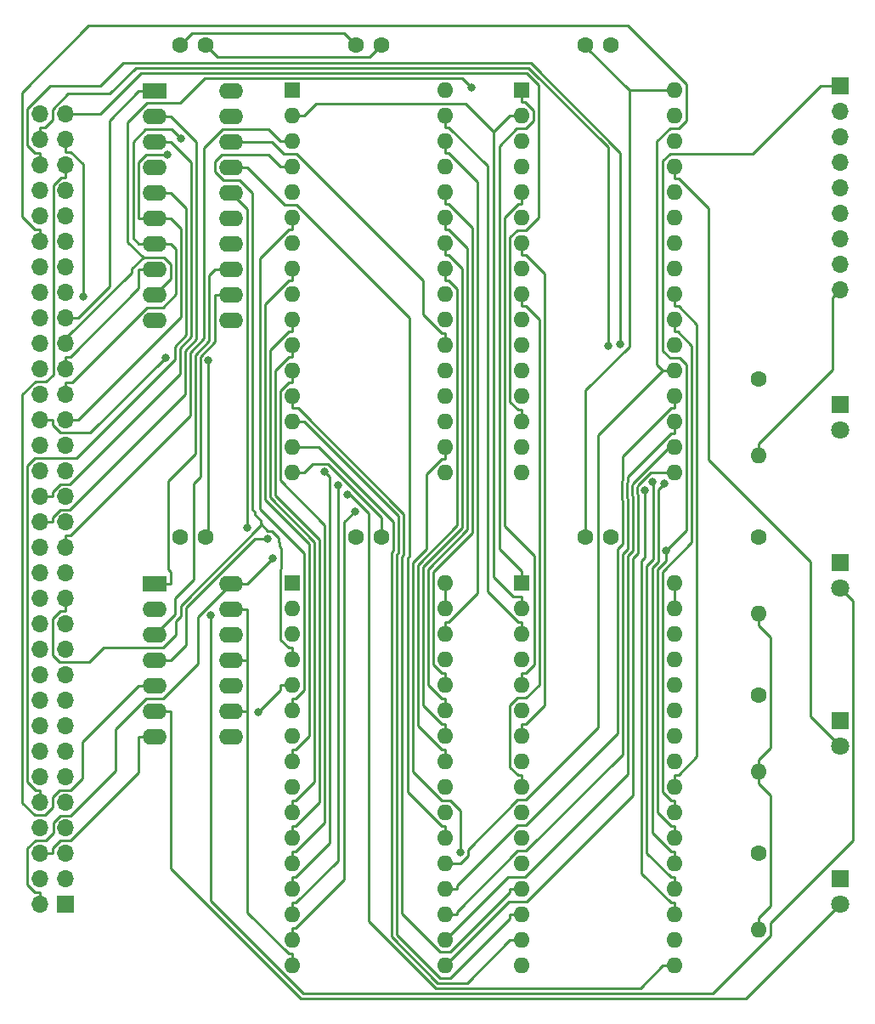
<source format=gbl>
G04 #@! TF.GenerationSoftware,KiCad,Pcbnew,(6.0.2)*
G04 #@! TF.CreationDate,2022-11-06T15:02:32-08:00*
G04 #@! TF.ProjectId,RAM and ROM,52414d20-616e-4642-9052-4f4d2e6b6963,1.0*
G04 #@! TF.SameCoordinates,Original*
G04 #@! TF.FileFunction,Copper,L2,Bot*
G04 #@! TF.FilePolarity,Positive*
%FSLAX46Y46*%
G04 Gerber Fmt 4.6, Leading zero omitted, Abs format (unit mm)*
G04 Created by KiCad (PCBNEW (6.0.2)) date 2022-11-06 15:02:32*
%MOMM*%
%LPD*%
G01*
G04 APERTURE LIST*
G04 #@! TA.AperFunction,ComponentPad*
%ADD10R,1.700000X1.700000*%
G04 #@! TD*
G04 #@! TA.AperFunction,ComponentPad*
%ADD11O,1.700000X1.700000*%
G04 #@! TD*
G04 #@! TA.AperFunction,ComponentPad*
%ADD12C,1.600000*%
G04 #@! TD*
G04 #@! TA.AperFunction,ComponentPad*
%ADD13O,1.600000X1.600000*%
G04 #@! TD*
G04 #@! TA.AperFunction,ComponentPad*
%ADD14R,1.600000X1.600000*%
G04 #@! TD*
G04 #@! TA.AperFunction,ComponentPad*
%ADD15R,1.800000X1.800000*%
G04 #@! TD*
G04 #@! TA.AperFunction,ComponentPad*
%ADD16C,1.800000*%
G04 #@! TD*
G04 #@! TA.AperFunction,ComponentPad*
%ADD17R,2.400000X1.600000*%
G04 #@! TD*
G04 #@! TA.AperFunction,ComponentPad*
%ADD18O,2.400000X1.600000*%
G04 #@! TD*
G04 #@! TA.AperFunction,ViaPad*
%ADD19C,0.800000*%
G04 #@! TD*
G04 #@! TA.AperFunction,Conductor*
%ADD20C,0.254000*%
G04 #@! TD*
G04 APERTURE END LIST*
D10*
X180340000Y-54356000D03*
D11*
X180340000Y-56896000D03*
X180340000Y-59436000D03*
X180340000Y-61976000D03*
X180340000Y-64516000D03*
X180340000Y-67056000D03*
X180340000Y-69596000D03*
X180340000Y-72136000D03*
X180340000Y-74676000D03*
D12*
X172212000Y-83566000D03*
D13*
X172212000Y-91186000D03*
D12*
X172212000Y-99312300D03*
D13*
X172212000Y-106932300D03*
D12*
X114559000Y-50292000D03*
X117059000Y-50292000D03*
X114559000Y-99314000D03*
X117059000Y-99314000D03*
D14*
X125705000Y-103886000D03*
D13*
X125705000Y-106426000D03*
X125705000Y-108966000D03*
X125705000Y-111506000D03*
X125705000Y-114046000D03*
X125705000Y-116586000D03*
X125705000Y-119126000D03*
X125705000Y-121666000D03*
X125705000Y-124206000D03*
X125705000Y-126746000D03*
X125705000Y-129286000D03*
X125705000Y-131826000D03*
X125705000Y-134366000D03*
X125705000Y-136906000D03*
X125705000Y-139446000D03*
X125705000Y-141986000D03*
X140945000Y-141986000D03*
X140945000Y-139446000D03*
X140945000Y-136906000D03*
X140945000Y-134366000D03*
X140945000Y-131826000D03*
X140945000Y-129286000D03*
X140945000Y-126746000D03*
X140945000Y-124206000D03*
X140945000Y-121666000D03*
X140945000Y-119126000D03*
X140945000Y-116586000D03*
X140945000Y-114046000D03*
X140945000Y-111506000D03*
X140945000Y-108966000D03*
X140945000Y-106426000D03*
X140945000Y-103886000D03*
D12*
X132080000Y-99314000D03*
X134580000Y-99314000D03*
X154965000Y-50292000D03*
X157465000Y-50292000D03*
D15*
X180340000Y-133340000D03*
D16*
X180340000Y-135880000D03*
D15*
X180340000Y-86101000D03*
D16*
X180340000Y-88641000D03*
D12*
X154965000Y-99314000D03*
X157465000Y-99314000D03*
X132080000Y-50292000D03*
X134580000Y-50292000D03*
D15*
X180340000Y-117593700D03*
D16*
X180340000Y-120133700D03*
D12*
X172212000Y-115058700D03*
D13*
X172212000Y-122678700D03*
D14*
X125705000Y-54774000D03*
D13*
X125705000Y-57314000D03*
X125705000Y-59854000D03*
X125705000Y-62394000D03*
X125705000Y-64934000D03*
X125705000Y-67474000D03*
X125705000Y-70014000D03*
X125705000Y-72554000D03*
X125705000Y-75094000D03*
X125705000Y-77634000D03*
X125705000Y-80174000D03*
X125705000Y-82714000D03*
X125705000Y-85254000D03*
X125705000Y-87794000D03*
X125705000Y-90334000D03*
X125705000Y-92874000D03*
X140945000Y-92874000D03*
X140945000Y-90334000D03*
X140945000Y-87794000D03*
X140945000Y-85254000D03*
X140945000Y-82714000D03*
X140945000Y-80174000D03*
X140945000Y-77634000D03*
X140945000Y-75094000D03*
X140945000Y-72554000D03*
X140945000Y-70014000D03*
X140945000Y-67474000D03*
X140945000Y-64934000D03*
X140945000Y-62394000D03*
X140945000Y-59854000D03*
X140945000Y-57314000D03*
X140945000Y-54774000D03*
D17*
X112009000Y-103936000D03*
D18*
X112009000Y-106476000D03*
X112009000Y-109016000D03*
X112009000Y-111556000D03*
X112009000Y-114096000D03*
X112009000Y-116636000D03*
X112009000Y-119176000D03*
X119629000Y-119176000D03*
X119629000Y-116636000D03*
X119629000Y-114096000D03*
X119629000Y-111556000D03*
X119629000Y-109016000D03*
X119629000Y-106476000D03*
X119629000Y-103936000D03*
D17*
X112009000Y-54824000D03*
D18*
X112009000Y-57364000D03*
X112009000Y-59904000D03*
X112009000Y-62444000D03*
X112009000Y-64984000D03*
X112009000Y-67524000D03*
X112009000Y-70064000D03*
X112009000Y-72604000D03*
X112009000Y-75144000D03*
X112009000Y-77684000D03*
X119629000Y-77684000D03*
X119629000Y-75144000D03*
X119629000Y-72604000D03*
X119629000Y-70064000D03*
X119629000Y-67524000D03*
X119629000Y-64984000D03*
X119629000Y-62444000D03*
X119629000Y-59904000D03*
X119629000Y-57364000D03*
X119629000Y-54824000D03*
D15*
X180340000Y-101847300D03*
D16*
X180340000Y-104387300D03*
D12*
X172212000Y-130805000D03*
D13*
X172212000Y-138425000D03*
D10*
X103124000Y-135895000D03*
D11*
X100584000Y-135895000D03*
X103124000Y-133355000D03*
X100584000Y-133355000D03*
X103124000Y-130815000D03*
X100584000Y-130815000D03*
X103124000Y-128275000D03*
X100584000Y-128275000D03*
X103124000Y-125735000D03*
X100584000Y-125735000D03*
X103124000Y-123195000D03*
X100584000Y-123195000D03*
X103124000Y-120655000D03*
X100584000Y-120655000D03*
X103124000Y-118115000D03*
X100584000Y-118115000D03*
X103124000Y-115575000D03*
X100584000Y-115575000D03*
X103124000Y-113035000D03*
X100584000Y-113035000D03*
X103124000Y-110495000D03*
X100584000Y-110495000D03*
X103124000Y-107955000D03*
X100584000Y-107955000D03*
X103124000Y-105415000D03*
X100584000Y-105415000D03*
X103124000Y-102875000D03*
X100584000Y-102875000D03*
X103124000Y-100335000D03*
X100584000Y-100335000D03*
X103124000Y-97795000D03*
X100584000Y-97795000D03*
X103124000Y-95255000D03*
X100584000Y-95255000D03*
X103124000Y-92715000D03*
X100584000Y-92715000D03*
X103124000Y-90175000D03*
X100584000Y-90175000D03*
X103124000Y-87635000D03*
X100584000Y-87635000D03*
X103124000Y-85095000D03*
X100584000Y-85095000D03*
X103124000Y-82555000D03*
X100584000Y-82555000D03*
X103124000Y-80015000D03*
X100584000Y-80015000D03*
X103124000Y-77475000D03*
X100584000Y-77475000D03*
X103124000Y-74935000D03*
X100584000Y-74935000D03*
X103124000Y-72395000D03*
X100584000Y-72395000D03*
X103124000Y-69855000D03*
X100584000Y-69855000D03*
X103124000Y-67315000D03*
X100584000Y-67315000D03*
X103124000Y-64775000D03*
X100584000Y-64775000D03*
X103124000Y-62235000D03*
X100584000Y-62235000D03*
X103124000Y-59695000D03*
X100584000Y-59695000D03*
X103124000Y-57155000D03*
X100584000Y-57155000D03*
D14*
X148590000Y-103886000D03*
D13*
X148590000Y-106426000D03*
X148590000Y-108966000D03*
X148590000Y-111506000D03*
X148590000Y-114046000D03*
X148590000Y-116586000D03*
X148590000Y-119126000D03*
X148590000Y-121666000D03*
X148590000Y-124206000D03*
X148590000Y-126746000D03*
X148590000Y-129286000D03*
X148590000Y-131826000D03*
X148590000Y-134366000D03*
X148590000Y-136906000D03*
X148590000Y-139446000D03*
X148590000Y-141986000D03*
X163830000Y-141986000D03*
X163830000Y-139446000D03*
X163830000Y-136906000D03*
X163830000Y-134366000D03*
X163830000Y-131826000D03*
X163830000Y-129286000D03*
X163830000Y-126746000D03*
X163830000Y-124206000D03*
X163830000Y-121666000D03*
X163830000Y-119126000D03*
X163830000Y-116586000D03*
X163830000Y-114046000D03*
X163830000Y-111506000D03*
X163830000Y-108966000D03*
X163830000Y-106426000D03*
X163830000Y-103886000D03*
D14*
X148590000Y-54774000D03*
D13*
X148590000Y-57314000D03*
X148590000Y-59854000D03*
X148590000Y-62394000D03*
X148590000Y-64934000D03*
X148590000Y-67474000D03*
X148590000Y-70014000D03*
X148590000Y-72554000D03*
X148590000Y-75094000D03*
X148590000Y-77634000D03*
X148590000Y-80174000D03*
X148590000Y-82714000D03*
X148590000Y-85254000D03*
X148590000Y-87794000D03*
X148590000Y-90334000D03*
X148590000Y-92874000D03*
X163830000Y-92874000D03*
X163830000Y-90334000D03*
X163830000Y-87794000D03*
X163830000Y-85254000D03*
X163830000Y-82714000D03*
X163830000Y-80174000D03*
X163830000Y-77634000D03*
X163830000Y-75094000D03*
X163830000Y-72554000D03*
X163830000Y-70014000D03*
X163830000Y-67474000D03*
X163830000Y-64934000D03*
X163830000Y-62394000D03*
X163830000Y-59854000D03*
X163830000Y-57314000D03*
X163830000Y-54774000D03*
D19*
X123276400Y-99447800D03*
X162992500Y-100651700D03*
X121253600Y-98365800D03*
X117582900Y-107069100D03*
X123764300Y-101382000D03*
X162833000Y-93967900D03*
X113083200Y-81416500D03*
X161649100Y-93792000D03*
X160886000Y-94637000D03*
X142459200Y-130751600D03*
X131243800Y-95096300D03*
X158432900Y-80098800D03*
X157197900Y-80275000D03*
X131958600Y-96721600D03*
X130254800Y-94107300D03*
X128961000Y-92813500D03*
X104861200Y-75361000D03*
X143539500Y-54480500D03*
X114657100Y-59625700D03*
X113239000Y-61214900D03*
X122343200Y-116725800D03*
X117339800Y-81691100D03*
D20*
X179578000Y-75438000D02*
X180340000Y-74676000D01*
X179578000Y-82638700D02*
X179578000Y-75438000D01*
X172212000Y-90004700D02*
X179578000Y-82638700D01*
X165011300Y-98632900D02*
X162992500Y-100651700D01*
X163372800Y-81444000D02*
X164304000Y-81444000D01*
X162648700Y-61831300D02*
X162648700Y-80719900D01*
X163356000Y-61124000D02*
X162648700Y-61831300D01*
X172212000Y-91186000D02*
X172212000Y-90004700D01*
X171588700Y-61124000D02*
X163356000Y-61124000D01*
X178356700Y-54356000D02*
X171588700Y-61124000D01*
X180340000Y-54356000D02*
X178356700Y-54356000D01*
X165011300Y-82151300D02*
X165011300Y-98632900D01*
X162648700Y-80719900D02*
X163372800Y-81444000D01*
X164304000Y-81444000D02*
X165011300Y-82151300D01*
X119629000Y-72604000D02*
X118047700Y-72604000D01*
X112009000Y-103936000D02*
X113590300Y-103936000D01*
X113590300Y-102754700D02*
X113590300Y-103936000D01*
X113367800Y-102532200D02*
X113590300Y-102754700D01*
X113367800Y-93709400D02*
X113367800Y-102532200D01*
X116050200Y-91027000D02*
X113367800Y-93709400D01*
X116050200Y-81139100D02*
X116050200Y-91027000D01*
X117450800Y-79738500D02*
X116050200Y-81139100D01*
X117450800Y-73200900D02*
X117450800Y-79738500D01*
X118047700Y-72604000D02*
X117450800Y-73200900D01*
X114024300Y-107000700D02*
X112009000Y-109016000D01*
X114024300Y-105366100D02*
X114024300Y-107000700D01*
X115872700Y-103517700D02*
X114024300Y-105366100D01*
X115872700Y-93936200D02*
X115872700Y-103517700D01*
X116558500Y-93250400D02*
X115872700Y-93936200D01*
X116558500Y-81349600D02*
X116558500Y-93250400D01*
X118047700Y-79860400D02*
X116558500Y-81349600D01*
X118047700Y-75144000D02*
X118047700Y-79860400D01*
X119629000Y-75144000D02*
X118047700Y-75144000D01*
X112009000Y-116636000D02*
X113590300Y-116636000D01*
X170963900Y-145256100D02*
X180340000Y-135880000D01*
X126566500Y-145256100D02*
X170963900Y-145256100D01*
X113590300Y-132279900D02*
X126566500Y-145256100D01*
X113590300Y-116636000D02*
X113590300Y-132279900D01*
X112009000Y-111556000D02*
X113590300Y-111556000D01*
X122017100Y-99447800D02*
X123276400Y-99447800D01*
X115115300Y-106349600D02*
X122017100Y-99447800D01*
X115115300Y-110031000D02*
X115115300Y-106349600D01*
X113590300Y-111556000D02*
X115115300Y-110031000D01*
X140577900Y-78992700D02*
X140945000Y-78992700D01*
X138727600Y-77142400D02*
X140577900Y-78992700D01*
X138727600Y-73722700D02*
X138727600Y-77142400D01*
X126128900Y-61124000D02*
X138727600Y-73722700D01*
X124866500Y-61124000D02*
X126128900Y-61124000D01*
X123646500Y-59904000D02*
X124866500Y-61124000D01*
X119629000Y-59904000D02*
X123646500Y-59904000D01*
X140945000Y-80174000D02*
X140945000Y-78992700D01*
X163830000Y-129286000D02*
X163830000Y-128104700D01*
X121253600Y-66608600D02*
X121253600Y-98365800D01*
X119629000Y-64984000D02*
X121253600Y-66608600D01*
X162992500Y-101652200D02*
X162992500Y-100651700D01*
X162094200Y-102550500D02*
X162992500Y-101652200D01*
X162094200Y-126738100D02*
X162094200Y-102550500D01*
X163460800Y-128104700D02*
X162094200Y-126738100D01*
X163830000Y-128104700D02*
X163460800Y-128104700D01*
X181622800Y-105670100D02*
X180340000Y-104387300D01*
X181622800Y-129529300D02*
X181622800Y-105670100D01*
X173399900Y-137752200D02*
X181622800Y-129529300D01*
X173399900Y-138968200D02*
X173399900Y-137752200D01*
X167620300Y-144747800D02*
X173399900Y-138968200D01*
X126784000Y-144747800D02*
X167620300Y-144747800D01*
X117582900Y-135546700D02*
X126784000Y-144747800D01*
X117582900Y-107069100D02*
X117582900Y-135546700D01*
X140577900Y-128104700D02*
X140945000Y-128104700D01*
X137193100Y-124719900D02*
X140577900Y-128104700D01*
X137193100Y-101388100D02*
X137193100Y-124719900D01*
X137384000Y-101197200D02*
X137193100Y-101388100D01*
X137384000Y-77462500D02*
X137384000Y-101197200D01*
X126125500Y-66204000D02*
X137384000Y-77462500D01*
X124970300Y-66204000D02*
X126125500Y-66204000D01*
X121210300Y-62444000D02*
X124970300Y-66204000D01*
X119629000Y-62444000D02*
X121210300Y-62444000D01*
X140945000Y-129286000D02*
X140945000Y-128104700D01*
X163830000Y-75094000D02*
X163830000Y-76275300D01*
X163830000Y-124206000D02*
X163830000Y-123024700D01*
X164197100Y-123024700D02*
X163830000Y-123024700D01*
X166047100Y-121174700D02*
X164197100Y-123024700D01*
X166047100Y-78123200D02*
X166047100Y-121174700D01*
X164199200Y-76275300D02*
X166047100Y-78123200D01*
X163830000Y-76275300D02*
X164199200Y-76275300D01*
X100584000Y-125735000D02*
X100584000Y-124503700D01*
X112009000Y-64984000D02*
X113590300Y-64984000D01*
X100122300Y-124503700D02*
X100584000Y-124503700D01*
X99329600Y-123711000D02*
X100122300Y-124503700D01*
X99329600Y-92215700D02*
X99329600Y-123711000D01*
X100100300Y-91445000D02*
X99329600Y-92215700D01*
X104186600Y-91445000D02*
X100100300Y-91445000D01*
X114017000Y-81614600D02*
X104186600Y-91445000D01*
X114017000Y-80297100D02*
X114017000Y-81614600D01*
X115165700Y-79148400D02*
X114017000Y-80297100D01*
X115165700Y-66559400D02*
X115165700Y-79148400D01*
X113590300Y-64984000D02*
X115165700Y-66559400D01*
X140945000Y-103886000D02*
X140945000Y-106426000D01*
X100584000Y-135895000D02*
X100584000Y-134663700D01*
X163830000Y-54774000D02*
X162648700Y-54774000D01*
X163830000Y-103886000D02*
X163830000Y-106426000D01*
X119629000Y-103936000D02*
X121210300Y-103936000D01*
X119611200Y-103936000D02*
X119629000Y-103936000D01*
X116322100Y-107225100D02*
X119611200Y-103936000D01*
X116322100Y-111924600D02*
X116322100Y-107225100D01*
X112880700Y-115366000D02*
X116322100Y-111924600D01*
X111120000Y-115366000D02*
X112880700Y-115366000D01*
X108066400Y-118419600D02*
X111120000Y-115366000D01*
X108066400Y-122619800D02*
X108066400Y-118419600D01*
X103642600Y-127043600D02*
X108066400Y-122619800D01*
X102609500Y-127043600D02*
X103642600Y-127043600D01*
X101892700Y-127760400D02*
X102609500Y-127043600D01*
X101892700Y-128793500D02*
X101892700Y-127760400D01*
X101141200Y-129545000D02*
X101892700Y-128793500D01*
X100105700Y-129545000D02*
X101141200Y-129545000D01*
X99327300Y-130323400D02*
X100105700Y-129545000D01*
X99327300Y-133917200D02*
X99327300Y-130323400D01*
X100073800Y-134663700D02*
X99327300Y-133917200D01*
X100584000Y-134663700D02*
X100073800Y-134663700D01*
X121210300Y-103936000D02*
X123764300Y-101382000D01*
X162648700Y-54774000D02*
X159322600Y-54774000D01*
X154965000Y-50416400D02*
X154965000Y-50292000D01*
X159322600Y-54774000D02*
X154965000Y-50416400D01*
X159322600Y-80314000D02*
X159322600Y-54774000D01*
X154965000Y-84671600D02*
X159322600Y-80314000D01*
X154965000Y-99314000D02*
X154965000Y-84671600D01*
X115742200Y-49108800D02*
X114559000Y-50292000D01*
X130896800Y-49108800D02*
X115742200Y-49108800D01*
X132080000Y-50292000D02*
X130896800Y-49108800D01*
X112009000Y-114096000D02*
X110427700Y-114096000D01*
X103124000Y-62235000D02*
X103124000Y-63466300D01*
X104803100Y-119720600D02*
X110427700Y-114096000D01*
X104803100Y-123334200D02*
X104803100Y-119720600D01*
X103633700Y-124503600D02*
X104803100Y-123334200D01*
X102537700Y-124503600D02*
X103633700Y-124503600D01*
X101854000Y-125187300D02*
X102537700Y-124503600D01*
X101854000Y-126244000D02*
X101854000Y-125187300D01*
X101093000Y-127005000D02*
X101854000Y-126244000D01*
X100053900Y-127005000D02*
X101093000Y-127005000D01*
X98821300Y-125772400D02*
X100053900Y-127005000D01*
X98821300Y-85073900D02*
X98821300Y-125772400D01*
X100108800Y-83786400D02*
X98821300Y-85073900D01*
X101199600Y-83786400D02*
X100108800Y-83786400D01*
X101892600Y-83093400D02*
X101199600Y-83786400D01*
X101892600Y-64236000D02*
X101892600Y-83093400D01*
X102662300Y-63466300D02*
X101892600Y-64236000D01*
X103124000Y-63466300D02*
X102662300Y-63466300D01*
X163830000Y-62394000D02*
X163830000Y-63575300D01*
X164199200Y-63575300D02*
X163830000Y-63575300D01*
X167163900Y-66540000D02*
X164199200Y-63575300D01*
X167163900Y-91597700D02*
X167163900Y-66540000D01*
X177342500Y-101776300D02*
X167163900Y-91597700D01*
X177342500Y-117136200D02*
X177342500Y-101776300D01*
X180340000Y-120133700D02*
X177342500Y-117136200D01*
X100584000Y-97795000D02*
X101815300Y-97795000D01*
X112009000Y-57364000D02*
X113590300Y-57364000D01*
X101815300Y-97333200D02*
X101815300Y-97795000D01*
X102584800Y-96563700D02*
X101815300Y-97333200D01*
X103557700Y-96563700D02*
X102584800Y-96563700D01*
X115033600Y-85087800D02*
X103557700Y-96563700D01*
X115033600Y-80718100D02*
X115033600Y-85087800D01*
X116182300Y-79569400D02*
X115033600Y-80718100D01*
X116182300Y-59956000D02*
X116182300Y-79569400D01*
X113590300Y-57364000D02*
X116182300Y-59956000D01*
X100584000Y-95255000D02*
X101815300Y-95255000D01*
X112009000Y-59904000D02*
X113590300Y-59904000D01*
X101815300Y-94793200D02*
X101815300Y-95255000D01*
X102584800Y-94023700D02*
X101815300Y-94793200D01*
X103565500Y-94023700D02*
X102584800Y-94023700D01*
X114525300Y-83063900D02*
X103565500Y-94023700D01*
X114525300Y-80507600D02*
X114525300Y-83063900D01*
X115674000Y-79358900D02*
X114525300Y-80507600D01*
X115674000Y-61987700D02*
X115674000Y-79358900D01*
X113590300Y-59904000D02*
X115674000Y-61987700D01*
X163830000Y-131826000D02*
X163830000Y-130644700D01*
X162211100Y-94589800D02*
X162833000Y-93967900D01*
X162211100Y-101714800D02*
X162211100Y-94589800D01*
X161585800Y-102340100D02*
X162211100Y-101714800D01*
X161585800Y-128769700D02*
X161585800Y-102340100D01*
X163460800Y-130644700D02*
X161585800Y-128769700D01*
X163830000Y-130644700D02*
X163460800Y-130644700D01*
X100584000Y-87635000D02*
X101815300Y-87635000D01*
X105594700Y-88905000D02*
X113083200Y-81416500D01*
X102575100Y-88905000D02*
X105594700Y-88905000D01*
X101815300Y-88145200D02*
X102575100Y-88905000D01*
X101815300Y-87635000D02*
X101815300Y-88145200D01*
X163830000Y-134366000D02*
X163830000Y-133184700D01*
X161702800Y-93845700D02*
X161649100Y-93792000D01*
X161702800Y-101504300D02*
X161702800Y-93845700D01*
X161048600Y-102158500D02*
X161702800Y-101504300D01*
X161048600Y-130772500D02*
X161048600Y-102158500D01*
X163460800Y-133184700D02*
X161048600Y-130772500D01*
X163830000Y-133184700D02*
X163460800Y-133184700D01*
X160886000Y-101348300D02*
X160886000Y-94637000D01*
X160540200Y-101694100D02*
X160886000Y-101348300D01*
X160540200Y-132804100D02*
X160540200Y-101694100D01*
X163460800Y-135724700D02*
X160540200Y-132804100D01*
X163830000Y-135724700D02*
X163460800Y-135724700D01*
X163830000Y-136906000D02*
X163830000Y-135724700D01*
X140945000Y-90334000D02*
X140945000Y-91515300D01*
X142459200Y-126588100D02*
X142459200Y-130751600D01*
X141434600Y-125563500D02*
X142459200Y-126588100D01*
X140585100Y-125563500D02*
X141434600Y-125563500D01*
X137701500Y-122679900D02*
X140585100Y-125563500D01*
X137701500Y-101852600D02*
X137701500Y-122679900D01*
X139078100Y-100476000D02*
X137701500Y-101852600D01*
X139078100Y-93015100D02*
X139078100Y-100476000D01*
X140577900Y-91515300D02*
X139078100Y-93015100D01*
X140945000Y-91515300D02*
X140577900Y-91515300D01*
X163830000Y-141986000D02*
X162648700Y-141986000D01*
X160395200Y-144239500D02*
X162648700Y-141986000D01*
X140022700Y-144239500D02*
X160395200Y-144239500D01*
X133330100Y-137546900D02*
X140022700Y-144239500D01*
X133330100Y-96965300D02*
X133330100Y-137546900D01*
X131461100Y-95096300D02*
X133330100Y-96965300D01*
X131243800Y-95096300D02*
X131461100Y-95096300D01*
X148590000Y-139446000D02*
X147408700Y-139446000D01*
X143123500Y-143731200D02*
X147408700Y-139446000D01*
X140233200Y-143731200D02*
X143123500Y-143731200D01*
X135609800Y-139107800D02*
X140233200Y-143731200D01*
X135609800Y-100814800D02*
X135609800Y-139107800D01*
X135765300Y-100659300D02*
X135609800Y-100814800D01*
X135765300Y-97759100D02*
X135765300Y-100659300D01*
X128340200Y-90334000D02*
X135765300Y-97759100D01*
X125705000Y-90334000D02*
X128340200Y-90334000D01*
X125705000Y-87794000D02*
X126886300Y-87794000D01*
X147408700Y-137273100D02*
X147408700Y-136906000D01*
X141458900Y-143222900D02*
X147408700Y-137273100D01*
X140443700Y-143222900D02*
X141458900Y-143222900D01*
X136118700Y-138897900D02*
X140443700Y-143222900D01*
X136118700Y-101024700D02*
X136118700Y-138897900D01*
X136274500Y-100868900D02*
X136118700Y-101024700D01*
X136274500Y-97182200D02*
X136274500Y-100868900D01*
X126886300Y-87794000D02*
X136274500Y-97182200D01*
X148590000Y-136906000D02*
X147408700Y-136906000D01*
X148590000Y-134366000D02*
X147408700Y-134366000D01*
X125705000Y-85254000D02*
X125705000Y-86435300D01*
X147408700Y-134661300D02*
X147408700Y-134366000D01*
X141439600Y-140630400D02*
X147408700Y-134661300D01*
X140451800Y-140630400D02*
X141439600Y-140630400D01*
X136650000Y-136828600D02*
X140451800Y-140630400D01*
X136650000Y-101212200D02*
X136650000Y-136828600D01*
X136819700Y-101042500D02*
X136650000Y-101212200D01*
X136819700Y-96974000D02*
X136819700Y-101042500D01*
X126281000Y-86435300D02*
X136819700Y-96974000D01*
X125705000Y-86435300D02*
X126281000Y-86435300D01*
X100584000Y-69855000D02*
X100584000Y-68623700D01*
X163830000Y-82714000D02*
X162648700Y-82714000D01*
X140945000Y-131826000D02*
X142126300Y-131826000D01*
X142489700Y-131826000D02*
X142126300Y-131826000D01*
X143240500Y-131075200D02*
X142489700Y-131826000D01*
X143240500Y-130416500D02*
X143240500Y-131075200D01*
X148181000Y-125476000D02*
X143240500Y-130416500D01*
X148998900Y-125476000D02*
X148181000Y-125476000D01*
X156215000Y-118259900D02*
X148998900Y-125476000D01*
X156215000Y-89147700D02*
X156215000Y-118259900D01*
X162648700Y-82714000D02*
X156215000Y-89147700D01*
X162070000Y-82135300D02*
X162648700Y-82714000D01*
X162070000Y-59870100D02*
X162070000Y-82135300D01*
X163356100Y-58584000D02*
X162070000Y-59870100D01*
X164240100Y-58584000D02*
X163356100Y-58584000D01*
X165015700Y-57808400D02*
X164240100Y-58584000D01*
X165015700Y-54197000D02*
X165015700Y-57808400D01*
X159171900Y-48353200D02*
X165015700Y-54197000D01*
X105425400Y-48353200D02*
X159171900Y-48353200D01*
X98793200Y-54985400D02*
X105425400Y-48353200D01*
X98793200Y-67343100D02*
X98793200Y-54985400D01*
X100073800Y-68623700D02*
X98793200Y-67343100D01*
X100584000Y-68623700D02*
X100073800Y-68623700D01*
X163830000Y-85254000D02*
X163830000Y-86435300D01*
X140945000Y-134366000D02*
X142126300Y-134366000D01*
X142126300Y-133998900D02*
X142126300Y-134366000D01*
X148109200Y-128016000D02*
X142126300Y-133998900D01*
X148998600Y-128016000D02*
X148109200Y-128016000D01*
X158144600Y-118870000D02*
X148998600Y-128016000D01*
X158144600Y-100495400D02*
X158144600Y-118870000D01*
X158653000Y-99987000D02*
X158144600Y-100495400D01*
X158653000Y-95665200D02*
X158653000Y-99987000D01*
X158579800Y-95592000D02*
X158653000Y-95665200D01*
X158579800Y-93682000D02*
X158579800Y-95592000D01*
X158653000Y-93608800D02*
X158579800Y-93682000D01*
X158653000Y-91243100D02*
X158653000Y-93608800D01*
X163460800Y-86435300D02*
X158653000Y-91243100D01*
X163830000Y-86435300D02*
X163460800Y-86435300D01*
X163830000Y-87794000D02*
X163830000Y-88975300D01*
X140945000Y-136906000D02*
X142126300Y-136906000D01*
X142126300Y-136610700D02*
X142126300Y-136906000D01*
X148181000Y-130556000D02*
X142126300Y-136610700D01*
X149032900Y-130556000D02*
X148181000Y-130556000D01*
X158653000Y-120935900D02*
X149032900Y-130556000D01*
X158653000Y-100960100D02*
X158653000Y-120935900D01*
X159161300Y-100451800D02*
X158653000Y-100960100D01*
X159161300Y-95454700D02*
X159161300Y-100451800D01*
X159088100Y-95381500D02*
X159161300Y-95454700D01*
X159088100Y-93892500D02*
X159088100Y-95381500D01*
X159161300Y-93819300D02*
X159088100Y-93892500D01*
X159161300Y-93311700D02*
X159161300Y-93819300D01*
X163497700Y-88975300D02*
X159161300Y-93311700D01*
X163830000Y-88975300D02*
X163497700Y-88975300D01*
X100073800Y-61003700D02*
X100584000Y-61003700D01*
X99301600Y-60231500D02*
X100073800Y-61003700D01*
X99301600Y-56600300D02*
X99301600Y-60231500D01*
X101577500Y-54324400D02*
X99301600Y-56600300D01*
X106605200Y-54324400D02*
X101577500Y-54324400D01*
X108877200Y-52052400D02*
X106605200Y-54324400D01*
X149497200Y-52052400D02*
X108877200Y-52052400D01*
X158432900Y-60988100D02*
X149497200Y-52052400D01*
X158432900Y-80098800D02*
X158432900Y-60988100D01*
X100584000Y-62235000D02*
X100584000Y-61003700D01*
X147230100Y-133160900D02*
X140945000Y-139446000D01*
X148937500Y-133160900D02*
X147230100Y-133160900D01*
X159161400Y-122937000D02*
X148937500Y-133160900D01*
X159161400Y-101170500D02*
X159161400Y-122937000D01*
X159669600Y-100662300D02*
X159161400Y-101170500D01*
X159669600Y-95244200D02*
X159669600Y-100662300D01*
X159596400Y-95171000D02*
X159669600Y-95244200D01*
X159596400Y-94103000D02*
X159596400Y-95171000D01*
X159669600Y-94029800D02*
X159596400Y-94103000D01*
X159669600Y-93942700D02*
X159669600Y-94029800D01*
X163278300Y-90334000D02*
X159669600Y-93942700D01*
X163830000Y-90334000D02*
X163278300Y-90334000D01*
X163830000Y-92874000D02*
X162648700Y-92874000D01*
X100584000Y-59695000D02*
X100584000Y-58463700D01*
X157197900Y-60472900D02*
X157197900Y-80275000D01*
X149285800Y-52560800D02*
X157197900Y-60472900D01*
X110115700Y-52560800D02*
X149285800Y-52560800D01*
X107549000Y-55127500D02*
X110115700Y-52560800D01*
X103401900Y-55127500D02*
X107549000Y-55127500D01*
X101854000Y-56675400D02*
X103401900Y-55127500D01*
X101854000Y-57703900D02*
X101854000Y-56675400D01*
X101094200Y-58463700D02*
X101854000Y-57703900D01*
X100584000Y-58463700D02*
X101094200Y-58463700D01*
X147295000Y-135636000D02*
X140945000Y-141986000D01*
X149053200Y-135636000D02*
X147295000Y-135636000D01*
X159669700Y-125019500D02*
X149053200Y-135636000D01*
X159669700Y-101381000D02*
X159669700Y-125019500D01*
X160177900Y-100872800D02*
X159669700Y-101381000D01*
X160177900Y-95033700D02*
X160177900Y-100872800D01*
X160104700Y-94960500D02*
X160177900Y-95033700D01*
X160104700Y-94313500D02*
X160104700Y-94960500D01*
X160177900Y-94240300D02*
X160104700Y-94313500D01*
X160177900Y-94158000D02*
X160177900Y-94240300D01*
X161461900Y-92874000D02*
X160177900Y-94158000D01*
X162648700Y-92874000D02*
X161461900Y-92874000D01*
X125705000Y-139446000D02*
X125705000Y-138264700D01*
X130898600Y-97781600D02*
X131958600Y-96721600D01*
X130898600Y-133438200D02*
X130898600Y-97781600D01*
X126072100Y-138264700D02*
X130898600Y-133438200D01*
X125705000Y-138264700D02*
X126072100Y-138264700D01*
X148590000Y-87794000D02*
X148590000Y-86612700D01*
X125705000Y-136906000D02*
X125705000Y-135724700D01*
X130254800Y-131542000D02*
X130254800Y-94107300D01*
X126072100Y-135724700D02*
X130254800Y-131542000D01*
X125705000Y-135724700D02*
X126072100Y-135724700D01*
X148220800Y-86612700D02*
X148590000Y-86612700D01*
X147404300Y-85796200D02*
X148220800Y-86612700D01*
X147404300Y-69451900D02*
X147404300Y-85796200D01*
X148112200Y-68744000D02*
X147404300Y-69451900D01*
X149001000Y-68744000D02*
X148112200Y-68744000D01*
X150297600Y-67447400D02*
X149001000Y-68744000D01*
X150297600Y-54291600D02*
X150297600Y-67447400D01*
X149075200Y-53069200D02*
X150297600Y-54291600D01*
X110672500Y-53069200D02*
X149075200Y-53069200D01*
X106586700Y-57155000D02*
X110672500Y-53069200D01*
X103124000Y-57155000D02*
X106586700Y-57155000D01*
X125705000Y-134366000D02*
X125705000Y-133184700D01*
X103634200Y-60926300D02*
X103124000Y-60926300D01*
X104861200Y-62153300D02*
X103634200Y-60926300D01*
X104861200Y-75361000D02*
X104861200Y-62153300D01*
X103124000Y-59695000D02*
X103124000Y-60926300D01*
X129457500Y-93310000D02*
X128961000Y-92813500D01*
X129457500Y-129799300D02*
X129457500Y-93310000D01*
X126072100Y-133184700D02*
X129457500Y-129799300D01*
X125705000Y-133184700D02*
X126072100Y-133184700D01*
X107470000Y-57781700D02*
X110427700Y-54824000D01*
X107470000Y-74360300D02*
X107470000Y-57781700D01*
X104355300Y-77475000D02*
X107470000Y-74360300D01*
X103124000Y-77475000D02*
X104355300Y-77475000D01*
X112009000Y-54824000D02*
X110427700Y-54824000D01*
X103124000Y-80015000D02*
X103124000Y-79505800D01*
X112903400Y-71413700D02*
X110856400Y-71413700D01*
X113590300Y-72100600D02*
X112903400Y-71413700D01*
X113590300Y-73562700D02*
X113590300Y-72100600D01*
X112009000Y-75144000D02*
X113590300Y-73562700D01*
X142639500Y-53580500D02*
X143539500Y-54480500D01*
X116986000Y-53580500D02*
X142639500Y-53580500D01*
X114561100Y-56005400D02*
X116986000Y-53580500D01*
X111271900Y-56005400D02*
X114561100Y-56005400D01*
X109322400Y-57954900D02*
X111271900Y-56005400D01*
X109322400Y-69879700D02*
X109322400Y-57954900D01*
X110856400Y-71413700D02*
X109322400Y-69879700D01*
X109694400Y-72575700D02*
X110856400Y-71413700D01*
X109694400Y-72935400D02*
X109694400Y-72575700D01*
X103124000Y-79505800D02*
X109694400Y-72935400D01*
X110427700Y-74477300D02*
X110427700Y-72604000D01*
X103581300Y-81323700D02*
X110427700Y-74477300D01*
X103124000Y-81323700D02*
X103581300Y-81323700D01*
X103124000Y-82555000D02*
X103124000Y-81323700D01*
X112009000Y-72604000D02*
X110427700Y-72604000D01*
X103124000Y-85095000D02*
X103124000Y-83863700D01*
X103748100Y-83863700D02*
X103124000Y-83863700D01*
X111197800Y-76414000D02*
X103748100Y-83863700D01*
X112829600Y-76414000D02*
X111197800Y-76414000D01*
X114143900Y-75099700D02*
X112829600Y-76414000D01*
X114143900Y-70617600D02*
X114143900Y-75099700D01*
X113590300Y-70064000D02*
X114143900Y-70617600D01*
X113727400Y-58696000D02*
X114657100Y-59625700D01*
X111094200Y-58696000D02*
X113727400Y-58696000D01*
X109854700Y-59935500D02*
X111094200Y-58696000D01*
X109854700Y-69491000D02*
X109854700Y-59935500D01*
X110427700Y-70064000D02*
X109854700Y-69491000D01*
X112009000Y-70064000D02*
X113590300Y-70064000D01*
X112009000Y-70064000D02*
X110427700Y-70064000D01*
X112009000Y-67524000D02*
X110427700Y-67524000D01*
X111167100Y-61214900D02*
X113239000Y-61214900D01*
X110427700Y-61954300D02*
X111167100Y-61214900D01*
X110427700Y-67524000D02*
X110427700Y-61954300D01*
X103124000Y-87635000D02*
X104355300Y-87635000D01*
X112009000Y-67524000D02*
X113590300Y-67524000D01*
X114655200Y-77335100D02*
X104355300Y-87635000D01*
X114655200Y-68588900D02*
X114655200Y-77335100D01*
X113590300Y-67524000D02*
X114655200Y-68588900D01*
X148590000Y-54774000D02*
X148590000Y-55955300D01*
X148590000Y-103886000D02*
X148590000Y-102704700D01*
X146342100Y-100456800D02*
X148590000Y-102704700D01*
X146342100Y-60342800D02*
X146342100Y-100456800D01*
X148100900Y-58584000D02*
X146342100Y-60342800D01*
X148991100Y-58584000D02*
X148100900Y-58584000D01*
X149789100Y-57786000D02*
X148991100Y-58584000D01*
X149789100Y-56832700D02*
X149789100Y-57786000D01*
X148911700Y-55955300D02*
X149789100Y-56832700D01*
X148590000Y-55955300D02*
X148911700Y-55955300D01*
X141312100Y-107784700D02*
X140945000Y-107784700D01*
X144205600Y-104891200D02*
X141312100Y-107784700D01*
X144205600Y-63926700D02*
X144205600Y-104891200D01*
X141314200Y-61035300D02*
X144205600Y-63926700D01*
X140945000Y-61035300D02*
X141314200Y-61035300D01*
X140945000Y-59854000D02*
X140945000Y-61035300D01*
X140945000Y-108966000D02*
X140945000Y-107784700D01*
X148590000Y-57314000D02*
X147408700Y-57314000D01*
X125705000Y-57314000D02*
X126886300Y-57314000D01*
X148590000Y-106426000D02*
X148590000Y-105244700D01*
X143022300Y-56123400D02*
X145810800Y-58911900D01*
X128076900Y-56123400D02*
X143022300Y-56123400D01*
X126886300Y-57314000D02*
X128076900Y-56123400D01*
X147408700Y-57314000D02*
X145810800Y-58911900D01*
X145810800Y-103300900D02*
X145810800Y-58911900D01*
X147754600Y-105244700D02*
X145810800Y-103300900D01*
X148590000Y-105244700D02*
X147754600Y-105244700D01*
X148222900Y-107784700D02*
X148590000Y-107784700D01*
X145154600Y-104716400D02*
X148222900Y-107784700D01*
X145154600Y-62335700D02*
X145154600Y-104716400D01*
X141314200Y-58495300D02*
X145154600Y-62335700D01*
X140945000Y-58495300D02*
X141314200Y-58495300D01*
X140945000Y-57314000D02*
X140945000Y-58495300D01*
X148590000Y-108966000D02*
X148590000Y-107784700D01*
X125705000Y-59854000D02*
X124523700Y-59854000D01*
X103124000Y-100335000D02*
X103124000Y-99103700D01*
X103634200Y-99103700D02*
X103124000Y-99103700D01*
X115541900Y-87196000D02*
X103634200Y-99103700D01*
X115541900Y-80928600D02*
X115541900Y-87196000D01*
X116942500Y-79528000D02*
X115541900Y-80928600D01*
X116942500Y-60513200D02*
X116942500Y-79528000D01*
X118756500Y-58699200D02*
X116942500Y-60513200D01*
X123368900Y-58699200D02*
X118756500Y-58699200D01*
X124523700Y-59854000D02*
X123368900Y-58699200D01*
X140577900Y-112864700D02*
X140945000Y-112864700D01*
X139735100Y-112021900D02*
X140577900Y-112864700D01*
X139735100Y-102810300D02*
X139735100Y-112021900D01*
X143656900Y-98888500D02*
X139735100Y-102810300D01*
X143656900Y-68458000D02*
X143656900Y-98888500D01*
X141314200Y-66115300D02*
X143656900Y-68458000D01*
X140945000Y-66115300D02*
X141314200Y-66115300D01*
X140945000Y-64934000D02*
X140945000Y-66115300D01*
X140945000Y-114046000D02*
X140945000Y-112864700D01*
X125705000Y-111506000D02*
X125705000Y-110324700D01*
X103124000Y-105415000D02*
X103124000Y-106646300D01*
X125705000Y-62394000D02*
X124523700Y-62394000D01*
X122545600Y-97938200D02*
X122676700Y-98069200D01*
X122545600Y-97633100D02*
X122545600Y-97938200D01*
X121976600Y-97064100D02*
X122545600Y-97633100D01*
X121976600Y-96766100D02*
X121976600Y-97064100D01*
X121762100Y-96551600D02*
X121976600Y-96766100D01*
X121762100Y-65023000D02*
X121762100Y-96551600D01*
X120453100Y-63714000D02*
X121762100Y-65023000D01*
X118823400Y-63714000D02*
X120453100Y-63714000D01*
X118025000Y-62915600D02*
X118823400Y-63714000D01*
X118025000Y-61898800D02*
X118025000Y-62915600D01*
X118684200Y-61239600D02*
X118025000Y-61898800D01*
X123369300Y-61239600D02*
X118684200Y-61239600D01*
X124523700Y-62394000D02*
X123369300Y-61239600D01*
X102613800Y-106646300D02*
X103124000Y-106646300D01*
X101854000Y-107406100D02*
X102613800Y-106646300D01*
X101854000Y-111051300D02*
X101854000Y-107406100D01*
X102529100Y-111726400D02*
X101854000Y-111051300D01*
X105454800Y-111726400D02*
X102529100Y-111726400D01*
X106895200Y-110286000D02*
X105454800Y-111726400D01*
X112882800Y-110286000D02*
X106895200Y-110286000D01*
X114098700Y-109070100D02*
X112882800Y-110286000D01*
X114098700Y-107703300D02*
X114098700Y-109070100D01*
X114606900Y-107195100D02*
X114098700Y-107703300D01*
X114606900Y-106139000D02*
X114606900Y-107195100D01*
X122676700Y-98069200D02*
X114606900Y-106139000D01*
X123273900Y-98666500D02*
X122676700Y-98069200D01*
X123680600Y-98666500D02*
X123273900Y-98666500D01*
X124382300Y-99368200D02*
X123680600Y-98666500D01*
X124382300Y-99774900D02*
X124382300Y-99368200D01*
X124436200Y-99828800D02*
X124382300Y-99774900D01*
X124436200Y-100242500D02*
X124436200Y-99828800D01*
X124577500Y-100383800D02*
X124436200Y-100242500D01*
X124577500Y-102470500D02*
X124577500Y-100383800D01*
X124523600Y-102524400D02*
X124577500Y-102470500D01*
X124523600Y-109512500D02*
X124523600Y-102524400D01*
X125335800Y-110324700D02*
X124523600Y-109512500D01*
X125705000Y-110324700D02*
X125335800Y-110324700D01*
X140945000Y-72554000D02*
X140945000Y-73735300D01*
X140945000Y-121666000D02*
X140945000Y-120484700D01*
X140577900Y-120484700D02*
X140945000Y-120484700D01*
X138209900Y-118116700D02*
X140577900Y-120484700D01*
X138209900Y-102063200D02*
X138209900Y-118116700D01*
X142131700Y-98141400D02*
X138209900Y-102063200D01*
X142131700Y-74552800D02*
X142131700Y-98141400D01*
X141314200Y-73735300D02*
X142131700Y-74552800D01*
X140945000Y-73735300D02*
X141314200Y-73735300D01*
X163830000Y-77634000D02*
X163830000Y-78815300D01*
X163830000Y-126746000D02*
X163830000Y-125564700D01*
X164144100Y-78815300D02*
X163830000Y-78815300D01*
X165538700Y-80209900D02*
X164144100Y-78815300D01*
X165538700Y-99824800D02*
X165538700Y-80209900D01*
X162602500Y-102761000D02*
X165538700Y-99824800D01*
X162602500Y-124704300D02*
X162602500Y-102761000D01*
X163462900Y-125564700D02*
X162602500Y-124704300D01*
X163830000Y-125564700D02*
X163462900Y-125564700D01*
X140945000Y-70014000D02*
X140945000Y-71195300D01*
X140945000Y-119126000D02*
X140945000Y-117944700D01*
X140577900Y-117944700D02*
X140945000Y-117944700D01*
X138718300Y-116085100D02*
X140577900Y-117944700D01*
X138718300Y-102279900D02*
X138718300Y-116085100D01*
X142640100Y-98358100D02*
X138718300Y-102279900D01*
X142640100Y-72521200D02*
X142640100Y-98358100D01*
X141314200Y-71195300D02*
X142640100Y-72521200D01*
X140945000Y-71195300D02*
X141314200Y-71195300D01*
X140945000Y-67474000D02*
X140945000Y-68655300D01*
X140945000Y-116586000D02*
X140945000Y-115404700D01*
X140577900Y-115404700D02*
X140945000Y-115404700D01*
X139226700Y-114053500D02*
X140577900Y-115404700D01*
X139226700Y-102493500D02*
X139226700Y-114053500D01*
X143148500Y-98571700D02*
X139226700Y-102493500D01*
X143148500Y-70489600D02*
X143148500Y-98571700D01*
X141314200Y-68655300D02*
X143148500Y-70489600D01*
X140945000Y-68655300D02*
X141314200Y-68655300D01*
X124523700Y-114545300D02*
X122343200Y-116725800D01*
X124523700Y-114046000D02*
X124523700Y-114545300D01*
X125705000Y-114046000D02*
X124523700Y-114046000D01*
X148590000Y-64934000D02*
X148590000Y-66115300D01*
X148590000Y-114046000D02*
X148590000Y-112864700D01*
X148957100Y-112864700D02*
X148590000Y-112864700D01*
X149824600Y-111997200D02*
X148957100Y-112864700D01*
X149824600Y-101178400D02*
X149824600Y-111997200D01*
X146850500Y-98204300D02*
X149824600Y-101178400D01*
X146850500Y-67485600D02*
X146850500Y-98204300D01*
X148220800Y-66115300D02*
X146850500Y-67485600D01*
X148590000Y-66115300D02*
X148220800Y-66115300D01*
X126072100Y-115404700D02*
X125705000Y-115404700D01*
X126915700Y-114561100D02*
X126072100Y-115404700D01*
X126915700Y-100914600D02*
X126915700Y-114561100D01*
X122490100Y-96489000D02*
X126915700Y-100914600D01*
X122490100Y-71501000D02*
X122490100Y-96489000D01*
X125335800Y-68655300D02*
X122490100Y-71501000D01*
X125705000Y-68655300D02*
X125335800Y-68655300D01*
X125705000Y-67474000D02*
X125705000Y-68655300D01*
X125705000Y-116586000D02*
X125705000Y-115404700D01*
X148957100Y-117944700D02*
X148590000Y-117944700D01*
X150848100Y-116053700D02*
X148957100Y-117944700D01*
X150848100Y-73084200D02*
X150848100Y-116053700D01*
X148959200Y-71195300D02*
X150848100Y-73084200D01*
X148590000Y-71195300D02*
X148959200Y-71195300D01*
X148590000Y-70014000D02*
X148590000Y-71195300D01*
X148590000Y-119126000D02*
X148590000Y-117944700D01*
X125705000Y-72554000D02*
X125705000Y-73735300D01*
X125705000Y-121666000D02*
X125705000Y-120484700D01*
X125335800Y-73735300D02*
X125705000Y-73735300D01*
X122998500Y-76072600D02*
X125335800Y-73735300D01*
X122998500Y-95559700D02*
X122998500Y-76072600D01*
X127424100Y-99985300D02*
X122998500Y-95559700D01*
X127424100Y-119132700D02*
X127424100Y-99985300D01*
X126072100Y-120484700D02*
X127424100Y-119132700D01*
X125705000Y-120484700D02*
X126072100Y-120484700D01*
X148590000Y-75094000D02*
X148590000Y-76275300D01*
X148590000Y-124206000D02*
X148590000Y-123024700D01*
X148222900Y-123024700D02*
X148590000Y-123024700D01*
X147403200Y-122205000D02*
X148222900Y-123024700D01*
X147403200Y-116100000D02*
X147403200Y-122205000D01*
X148187200Y-115316000D02*
X147403200Y-116100000D01*
X149013800Y-115316000D02*
X148187200Y-115316000D01*
X150333000Y-113996800D02*
X149013800Y-115316000D01*
X150333000Y-77649100D02*
X150333000Y-113996800D01*
X148959200Y-76275300D02*
X150333000Y-77649100D01*
X148590000Y-76275300D02*
X148959200Y-76275300D01*
X125705000Y-77634000D02*
X125705000Y-78815300D01*
X125705000Y-126746000D02*
X125705000Y-125564700D01*
X125335800Y-78815300D02*
X125705000Y-78815300D01*
X123506900Y-80644200D02*
X125335800Y-78815300D01*
X123506900Y-95349100D02*
X123506900Y-80644200D01*
X127932500Y-99774700D02*
X123506900Y-95349100D01*
X127932500Y-123704300D02*
X127932500Y-99774700D01*
X126072100Y-125564700D02*
X127932500Y-123704300D01*
X125705000Y-125564700D02*
X126072100Y-125564700D01*
X125705000Y-80174000D02*
X125705000Y-81355300D01*
X125705000Y-129286000D02*
X125705000Y-128104700D01*
X125335800Y-81355300D02*
X125705000Y-81355300D01*
X124015300Y-82675800D02*
X125335800Y-81355300D01*
X124015300Y-95138500D02*
X124015300Y-82675800D01*
X128440900Y-99564100D02*
X124015300Y-95138500D01*
X128440900Y-125735900D02*
X128440900Y-99564100D01*
X126072100Y-128104700D02*
X128440900Y-125735900D01*
X125705000Y-128104700D02*
X126072100Y-128104700D01*
X125705000Y-82714000D02*
X125705000Y-83895300D01*
X125705000Y-131826000D02*
X125705000Y-130644700D01*
X125335700Y-83895300D02*
X125705000Y-83895300D01*
X124523700Y-84707300D02*
X125335700Y-83895300D01*
X124523700Y-93650600D02*
X124523700Y-84707300D01*
X128949200Y-98076100D02*
X124523700Y-93650600D01*
X128949200Y-127767600D02*
X128949200Y-98076100D01*
X126072100Y-130644700D02*
X128949200Y-127767600D01*
X125705000Y-130644700D02*
X126072100Y-130644700D01*
X173400100Y-125048100D02*
X172212000Y-123860000D01*
X173400100Y-136055600D02*
X173400100Y-125048100D01*
X172212000Y-137243700D02*
X173400100Y-136055600D01*
X172212000Y-138425000D02*
X172212000Y-137243700D01*
X172212000Y-123173100D02*
X172212000Y-123860000D01*
X172212000Y-123173100D02*
X172212000Y-122678700D01*
X173401800Y-120307600D02*
X172212000Y-121497400D01*
X173401800Y-109303400D02*
X173401800Y-120307600D01*
X172212000Y-108113600D02*
X173401800Y-109303400D01*
X172212000Y-106932300D02*
X172212000Y-108113600D01*
X172212000Y-122678700D02*
X172212000Y-121497400D01*
X121210300Y-136679200D02*
X121210300Y-116636000D01*
X125335800Y-140804700D02*
X121210300Y-136679200D01*
X125705000Y-140804700D02*
X125335800Y-140804700D01*
X125705000Y-141986000D02*
X125705000Y-140804700D01*
X119629000Y-116636000D02*
X121083200Y-116636000D01*
X121083200Y-116636000D02*
X121210300Y-116636000D01*
X121210300Y-116636000D02*
X121210300Y-111556000D01*
X119629000Y-111556000D02*
X121210300Y-111556000D01*
X121210300Y-106476000D02*
X121210300Y-111556000D01*
X119629000Y-106476000D02*
X121210300Y-106476000D01*
X101815300Y-130304800D02*
X101815300Y-130815000D01*
X102613700Y-129506400D02*
X101815300Y-130304800D01*
X103635900Y-129506400D02*
X102613700Y-129506400D01*
X110427700Y-122714600D02*
X103635900Y-129506400D01*
X110427700Y-119176000D02*
X110427700Y-122714600D01*
X112009000Y-119176000D02*
X110427700Y-119176000D01*
X100584000Y-130815000D02*
X101815300Y-130815000D01*
X118245400Y-51478400D02*
X117059000Y-50292000D01*
X133393600Y-51478400D02*
X118245400Y-51478400D01*
X134580000Y-50292000D02*
X133393600Y-51478400D01*
X125705000Y-92874000D02*
X126886300Y-92874000D01*
X134580000Y-97327400D02*
X134580000Y-99314000D01*
X129284300Y-92031700D02*
X134580000Y-97327400D01*
X127728600Y-92031700D02*
X129284300Y-92031700D01*
X126886300Y-92874000D02*
X127728600Y-92031700D01*
X117339800Y-99033200D02*
X117339800Y-81691100D01*
X117059000Y-99314000D02*
X117339800Y-99033200D01*
M02*

</source>
